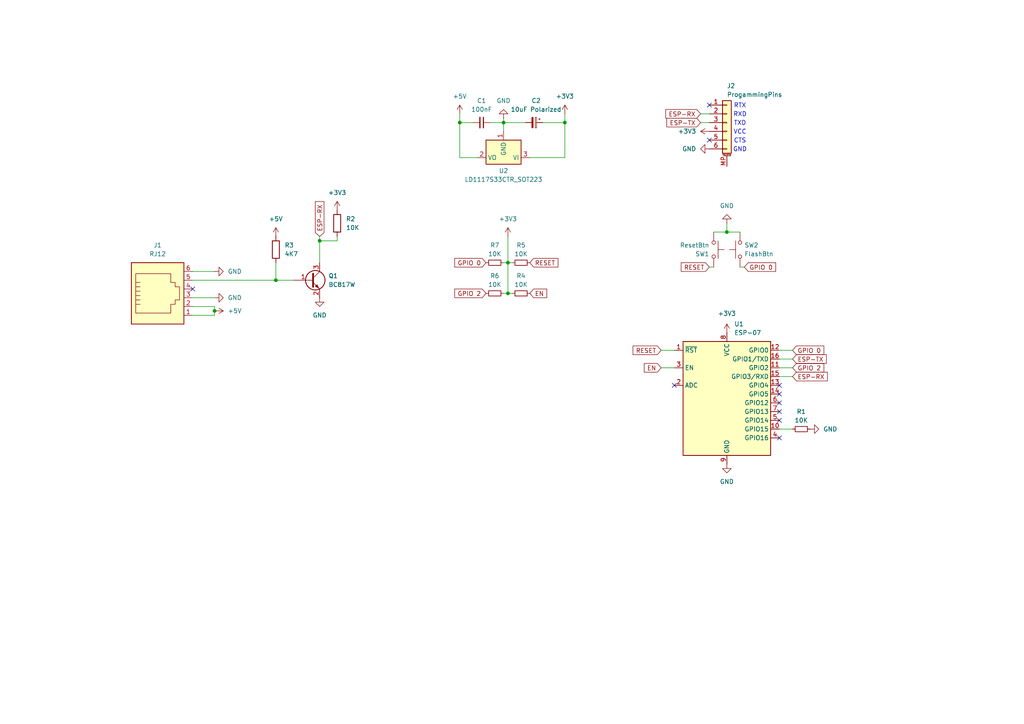
<source format=kicad_sch>
(kicad_sch (version 20241209) (generator "eeschema") (generator_version "8.99")
  (paper "A4")
  (title_block (title "ESPHome-HAN-Reader"))
  (lib_symbols
    (symbol "Connector:RJ12" (pin_names (offset 1.016))
      (property "Reference" "J" (at -5.08 11.43 0))
      (property "Value" "RJ12" (at 2.54 11.43 0))
      (symbol "RJ12_0_1"
        (polyline (pts (xy -6.35 3.175) (xy -5.08 3.175) (xy -5.08 3.175)))
        (polyline (pts (xy -6.35 1.905) (xy -5.08 1.905) (xy -5.08 1.905)))
        (polyline (pts (xy -6.35 0.635) (xy -5.08 0.635) (xy -5.08 0.635)))
        (polyline (pts (xy -6.35 -0.635) (xy -5.08 -0.635) (xy -5.08 -0.635)))
        (polyline (pts (xy -6.35 -1.905) (xy -5.08 -1.905) (xy -5.08 -1.905)))
        (polyline (pts (xy -6.35 -4.445) (xy -6.35 6.985) (xy 3.81 6.985) (xy 3.81 4.445) (xy 5.08 4.445) (xy 5.08 3.175) (xy 6.35 3.175) (xy 6.35 -0.635) (xy 5.08 -0.635) (xy 5.08 -1.905) (xy 3.81 -1.905) (xy 3.81 -4.445) (xy -6.35 -4.445) (xy -6.35 -4.445)))
        (polyline (pts (xy -5.08 4.445) (xy -6.35 4.445) (xy -6.35 4.445)))
        (rectangle (start 7.62 10.16) (end -7.62 -7.62) (stroke (width 0.254)) (fill (type background)))
      )
      (symbol "RJ12_1_1"
        (pin passive line (at 10.16 7.62 180) (length 2.54) (name "~") (number "6"))
        (pin passive line (at 10.16 5.08 180) (length 2.54) (name "~") (number "5"))
        (pin passive line (at 10.16 2.54 180) (length 2.54) (name "~") (number "4"))
        (pin passive line (at 10.16 0 180) (length 2.54) (name "~") (number "3"))
        (pin passive line (at 10.16 -2.54 180) (length 2.54) (name "~") (number "2"))
        (pin passive line (at 10.16 -5.08 180) (length 2.54) (name "~") (number "1"))
      )
    )
    (symbol "Connector_Generic_MountingPin:Conn_01x06_MountingPin" (pin_names (offset 1.016) (hide yes))
      (property "Reference" "J" (at 0 7.62 0))
      (property "Value" "Conn_01x06_MountingPin" (at 1.27 -10.16 0))
      (symbol "Conn_01x06_MountingPin_1_1"
        (rectangle (start -1.27 6.35) (end 1.27 -8.89) (stroke (width 0.254)) (fill (type background)))
        (rectangle (start -1.27 5.207) (end 0 4.953) (stroke (width 0.1524)))
        (rectangle (start -1.27 2.667) (end 0 2.413) (stroke (width 0.1524)))
        (rectangle (start -1.27 0.127) (end 0 -0.127) (stroke (width 0.1524)))
        (rectangle (start -1.27 -2.413) (end 0 -2.667) (stroke (width 0.1524)))
        (rectangle (start -1.27 -4.953) (end 0 -5.207) (stroke (width 0.1524)))
        (rectangle (start -1.27 -7.493) (end 0 -7.747) (stroke (width 0.1524)))
        (polyline (pts (xy -1.016 -9.652) (xy 1.016 -9.652)) (stroke (width 0.1524)))
        (text "Mounting" (at 0 -9.271 0) (effects (font (size 0.381 0.381))))
        (pin passive line (at -5.08 5.08 0) (length 3.81) (name "Pin_1") (number "1"))
        (pin passive line (at -5.08 2.54 0) (length 3.81) (name "Pin_2") (number "2"))
        (pin passive line (at -5.08 0 0) (length 3.81) (name "Pin_3") (number "3"))
        (pin passive line (at -5.08 -2.54 0) (length 3.81) (name "Pin_4") (number "4"))
        (pin passive line (at -5.08 -5.08 0) (length 3.81) (name "Pin_5") (number "5"))
        (pin passive line (at -5.08 -7.62 0) (length 3.81) (name "Pin_6") (number "6"))
        (pin passive line (at 0 -12.7 90) (length 3.048) (name "MountPin") (number "MP"))
      )
    )
    (symbol "Device:C_Polarized_Small" (pin_numbers (hide yes)) (pin_names (offset 0.254) (hide yes))
      (property "Reference" "C" (at 0.254 1.778 0))
      (property "Value" "C_Polarized_Small" (at 0.254 -2.032 0))
      (symbol "C_Polarized_Small_0_1"
        (rectangle (start -1.524 0.6858) (end 1.524 0.3048))
        (rectangle (start -1.524 -0.3048) (end 1.524 -0.6858) (fill (type outline)))
        (polyline (pts (xy -1.27 1.524) (xy -0.762 1.524)))
        (polyline (pts (xy -1.016 1.27) (xy -1.016 1.778)))
      )
      (symbol "C_Polarized_Small_1_1"
        (pin passive line (at 0 2.54 270) (length 1.8542) (name "~") (number "1"))
        (pin passive line (at 0 -2.54 90) (length 1.8542) (name "~") (number "2"))
      )
    )
    (symbol "Device:C_Small" (pin_numbers (hide yes)) (pin_names (offset 0.254) (hide yes))
      (property "Reference" "C" (at 0.254 1.778 0))
      (property "Value" "C_Small" (at 0.254 -2.032 0))
      (symbol "C_Small_0_1"
        (polyline (pts (xy -1.524 0.508) (xy 1.524 0.508)) (stroke (width 0.3048)))
        (polyline (pts (xy -1.524 -0.508) (xy 1.524 -0.508)) (stroke (width 0.3302)))
      )
      (symbol "C_Small_1_1"
        (pin passive line (at 0 2.54 270) (length 2.032) (name "~") (number "1"))
        (pin passive line (at 0 -2.54 90) (length 2.032) (name "~") (number "2"))
      )
    )
    (symbol "Device:R" (pin_numbers (hide yes)) (pin_names (offset 0))
      (property "Reference" "R" (at 2.032 0 90))
      (property "Value" "R" (at 0 0 90))
      (symbol "R_0_1"
        (rectangle (start -1.016 -2.54) (end 1.016 2.54) (stroke (width 0.254)))
      )
      (symbol "R_1_1"
        (pin passive line (at 0 3.81 270) (length 1.27) (name "~") (number "1"))
        (pin passive line (at 0 -3.81 90) (length 1.27) (name "~") (number "2"))
      )
    )
    (symbol "Device:R_Small" (pin_numbers (hide yes)) (pin_names (offset 0.254) (hide yes))
      (property "Reference" "R" (at 0.762 0.508 0))
      (property "Value" "R_Small" (at 0.762 -1.016 0))
      (symbol "R_Small_0_1"
        (rectangle (start -0.762 1.778) (end 0.762 -1.778) (stroke (width 0.2032)))
      )
      (symbol "R_Small_1_1"
        (pin passive line (at 0 2.54 270) (length 0.762) (name "~") (number "1"))
        (pin passive line (at 0 -2.54 90) (length 0.762) (name "~") (number "2"))
      )
    )
    (symbol "RF_Module:ESP-07"
      (property "Reference" "U" (at -12.7 19.05 0))
      (property "Value" "ESP-07" (at 12.7 19.05 0))
      (symbol "ESP-07_0_1"
        (rectangle (start -12.7 17.78) (end 12.7 -15.24) (stroke (width 0.254)) (fill (type background)))
      )
      (symbol "ESP-07_1_1"
        (pin input line (at -15.24 15.24 0) (length 2.54) (name "~{RST}") (number "1"))
        (pin input line (at -15.24 10.16 0) (length 2.54) (name "EN") (number "3"))
        (pin input line (at -15.24 5.08 0) (length 2.54) (name "ADC") (number "2"))
        (pin power_in line (at 0 20.32 270) (length 2.54) (name "VCC") (number "8"))
        (pin power_in line (at 0 -17.78 90) (length 2.54) (name "GND") (number "9"))
        (pin bidirectional line (at 15.24 15.24 180) (length 2.54) (name "GPIO0") (number "12"))
        (pin bidirectional line (at 15.24 12.7 180) (length 2.54) (name "GPIO1/TXD") (number "16"))
        (pin bidirectional line (at 15.24 10.16 180) (length 2.54) (name "GPIO2") (number "11"))
        (pin bidirectional line (at 15.24 7.62 180) (length 2.54) (name "GPIO3/RXD") (number "15"))
        (pin bidirectional line (at 15.24 5.08 180) (length 2.54) (name "GPIO4") (number "13"))
        (pin bidirectional line (at 15.24 2.54 180) (length 2.54) (name "GPIO5") (number "14"))
        (pin bidirectional line (at 15.24 0 180) (length 2.54) (name "GPIO12") (number "6"))
        (pin bidirectional line (at 15.24 -2.54 180) (length 2.54) (name "GPIO13") (number "7"))
        (pin bidirectional line (at 15.24 -5.08 180) (length 2.54) (name "GPIO14") (number "5"))
        (pin bidirectional line (at 15.24 -7.62 180) (length 2.54) (name "GPIO15") (number "10"))
        (pin bidirectional line (at 15.24 -10.16 180) (length 2.54) (name "GPIO16") (number "4"))
      )
    )
    (symbol "Regulator_Linear:LD1117S33TR_SOT223"
      (property "Reference" "U" (at -3.81 3.175 0))
      (property "Value" "LD1117S33TR_SOT223" (at 0 3.175 0))
      (symbol "LD1117S33TR_SOT223_0_1"
        (rectangle (start -5.08 -5.08) (end 5.08 1.905) (stroke (width 0.254)) (fill (type background)))
      )
      (symbol "LD1117S33TR_SOT223_1_1"
        (pin power_in line (at -7.62 0 0) (length 2.54) (name "VI") (number "3"))
        (pin power_in line (at 0 -7.62 90) (length 2.54) (name "GND") (number "1"))
        (pin power_out line (at 7.62 0 180) (length 2.54) (name "VO") (number "2"))
      )
    )
    (symbol "Switch:SW_Push" (pin_numbers (hide yes)) (pin_names (offset 1.016) (hide yes))
      (property "Reference" "SW" (at 1.27 2.54 0))
      (property "Value" "SW_Push" (at 0 -1.524 0))
      (symbol "SW_Push_0_1"
        (circle (center -2.032 0) (radius 0.508))
        (polyline (pts (xy 0 1.27) (xy 0 3.048)))
        (circle (center 2.032 0) (radius 0.508))
        (polyline (pts (xy 2.54 1.27) (xy -2.54 1.27)))
        (pin passive line (at -5.08 0 0) (length 2.54) (name "1") (number "1"))
        (pin passive line (at 5.08 0 180) (length 2.54) (name "2") (number "2"))
      )
    )
    (symbol "Transistor_BJT:BC817W" (pin_names (offset 0) (hide yes))
      (property "Reference" "Q" (at 5.08 1.905 0))
      (property "Value" "BC817W" (at 5.08 0 0))
      (symbol "BC817W_0_1"
        (polyline (pts (xy 0.635 1.905) (xy 0.635 -1.905) (xy 0.635 -1.905)) (stroke (width 0.508)))
        (polyline (pts (xy 0.635 0.635) (xy 2.54 2.54)))
        (polyline (pts (xy 0.635 -0.635) (xy 2.54 -2.54) (xy 2.54 -2.54)))
        (circle (center 1.27 0) (radius 2.8194) (stroke (width 0.254)))
        (polyline (pts (xy 1.27 -1.778) (xy 1.778 -1.27) (xy 2.286 -2.286) (xy 1.27 -1.778) (xy 1.27 -1.778)) (fill (type outline)))
      )
      (symbol "BC817W_1_1"
        (pin input line (at -5.08 0 0) (length 5.715) (name "B") (number "1"))
        (pin passive line (at 2.54 5.08 270) (length 2.54) (name "C") (number "3"))
        (pin passive line (at 2.54 -5.08 90) (length 2.54) (name "E") (number "2"))
      )
    )
    (symbol "power:+3V3" (power) (pin_numbers (hide yes)) (pin_names (offset 0) (hide yes))
      (property "Value" "+3V3" (at 0 3.556 0))
      (symbol "+3V3_0_1"
        (polyline (pts (xy -0.762 1.27) (xy 0 2.54)))
        (polyline (pts (xy 0 2.54) (xy 0.762 1.27)))
        (polyline (pts (xy 0 0) (xy 0 2.54)))
      )
      (symbol "+3V3_1_1"
        (pin power_in line (at 0 0 90) (length 0) (name "~") (number "1"))
      )
    )
    (symbol "power:+5V" (power) (pin_numbers (hide yes)) (pin_names (offset 0) (hide yes))
      (property "Value" "+5V" (at 0 3.556 0))
      (symbol "+5V_0_1"
        (polyline (pts (xy -0.762 1.27) (xy 0 2.54)))
        (polyline (pts (xy 0 2.54) (xy 0.762 1.27)))
        (polyline (pts (xy 0 0) (xy 0 2.54)))
      )
      (symbol "+5V_1_1"
        (pin power_in line (at 0 0 90) (length 0) (name "~") (number "1"))
      )
    )
    (symbol "power:GND" (power) (pin_numbers (hide yes)) (pin_names (offset 0) (hide yes))
      (property "Value" "GND" (at 0 -3.81 0))
      (symbol "GND_0_1"
        (polyline (pts (xy 0 0) (xy 0 -1.27) (xy 1.27 -1.27) (xy 0 -2.54) (xy -1.27 -1.27) (xy 0 -1.27)))
      )
      (symbol "GND_1_1"
        (pin power_in line (at 0 0 270) (length 0) (name "~") (number "1"))
      )
    )
  )
  (text "RXD" (at 214.63 33.274 0) (effects (font (size 1.27 1.27))))
  (text "CTS" (at 214.63 40.894 0) (effects (font (size 1.27 1.27))))
  (text "GND" (at 214.63 43.434 0) (effects (font (size 1.27 1.27))))
  (text "TXD" (at 214.63 35.814 0) (effects (font (size 1.27 1.27))))
  (text "VCC\n" (at 214.63 38.354 0) (effects (font (size 1.27 1.27))))
  (text "RTX\n" (at 214.63 30.734 0) (effects (font (size 1.27 1.27))))
  (junction (at 210.82 67.31))
  (junction (at 163.83 35.56))
  (junction (at 133.35 35.56))
  (junction (at 147.32 85.09))
  (junction (at 146.05 35.56))
  (junction (at 80.01 81.28))
  (junction (at 62.23 90.17))
  (junction (at 92.71 69.85))
  (junction (at 147.32 76.2))
  (no_connect (at 195.58 111.76))
  (no_connect (at 226.06 111.76))
  (no_connect (at 205.74 40.64))
  (no_connect (at 226.06 121.92))
  (no_connect (at 205.74 30.48))
  (no_connect (at 226.06 116.84))
  (no_connect (at 55.88 83.82))
  (no_connect (at 226.06 114.3))
  (no_connect (at 226.06 119.38))
  (no_connect (at 226.06 127))
  (wire (pts (xy 80.01 81.28) (xy 85.09 81.28)))
  (wire (pts (xy 214.63 77.47) (xy 215.9 77.47)))
  (wire (pts (xy 62.23 91.44) (xy 62.23 90.17)))
  (wire (pts (xy 147.32 76.2) (xy 147.32 85.09)))
  (wire (pts (xy 226.06 106.68) (xy 229.87 106.68)))
  (wire (pts (xy 229.87 124.46) (xy 226.06 124.46)))
  (wire (pts (xy 203.2 33.02) (xy 205.74 33.02)))
  (wire (pts (xy 226.06 101.6) (xy 229.87 101.6)))
  (wire (pts (xy 207.01 67.31) (xy 210.82 67.31)))
  (wire (pts (xy 147.32 76.2) (xy 148.59 76.2)))
  (wire (pts (xy 146.05 35.56) (xy 152.4 35.56)))
  (wire (pts (xy 80.01 76.2) (xy 80.01 81.28)))
  (wire (pts (xy 55.88 78.74) (xy 62.23 78.74)))
  (wire (pts (xy 205.74 77.47) (xy 207.01 77.47)))
  (wire (pts (xy 55.88 91.44) (xy 62.23 91.44)))
  (wire (pts (xy 133.35 33.02) (xy 133.35 35.56)))
  (wire (pts (xy 133.35 45.72) (xy 138.43 45.72)))
  (wire (pts (xy 55.88 81.28) (xy 80.01 81.28)))
  (wire (pts (xy 62.23 88.9) (xy 62.23 90.17)))
  (wire (pts (xy 203.2 35.56) (xy 205.74 35.56)))
  (wire (pts (xy 163.83 35.56) (xy 163.83 45.72)))
  (wire (pts (xy 92.71 69.85) (xy 97.79 69.85)))
  (wire (pts (xy 191.77 106.68) (xy 195.58 106.68)))
  (wire (pts (xy 210.82 67.31) (xy 214.63 67.31)))
  (wire (pts (xy 147.32 85.09) (xy 148.59 85.09)))
  (wire (pts (xy 137.16 35.56) (xy 133.35 35.56)))
  (wire (pts (xy 55.88 86.36) (xy 62.23 86.36)))
  (wire (pts (xy 226.06 104.14) (xy 229.87 104.14)))
  (wire (pts (xy 146.05 76.2) (xy 147.32 76.2)))
  (wire (pts (xy 146.05 35.56) (xy 146.05 34.29)))
  (wire (pts (xy 142.24 35.56) (xy 146.05 35.56)))
  (wire (pts (xy 163.83 33.02) (xy 163.83 35.56)))
  (wire (pts (xy 153.67 45.72) (xy 163.83 45.72)))
  (wire (pts (xy 147.32 68.58) (xy 147.32 76.2)))
  (wire (pts (xy 210.82 67.31) (xy 210.82 64.77)))
  (wire (pts (xy 157.48 35.56) (xy 163.83 35.56)))
  (wire (pts (xy 146.05 38.1) (xy 146.05 35.56)))
  (wire (pts (xy 92.71 69.85) (xy 92.71 76.2)))
  (wire (pts (xy 97.79 69.85) (xy 97.79 68.58)))
  (wire (pts (xy 226.06 109.22) (xy 229.87 109.22)))
  (wire (pts (xy 146.05 85.09) (xy 147.32 85.09)))
  (wire (pts (xy 92.71 68.58) (xy 92.71 69.85)))
  (wire (pts (xy 133.35 35.56) (xy 133.35 45.72)))
  (wire (pts (xy 191.77 101.6) (xy 195.58 101.6)))
  (wire (pts (xy 55.88 88.9) (xy 62.23 88.9)))
  (global_label "GPIO 0" (shape input) (at 140.97 76.2 180) (property "Intersheetrefs" "${INTERSHEET_REFS}" (effects (hide yes))))
  (global_label "RESET" (shape input) (at 153.67 76.2 0) (property "Intersheetrefs" "${INTERSHEET_REFS}" (effects (hide yes))))
  (global_label "ESP-RX" (shape input) (at 229.87 109.22 0) (property "Intersheetrefs" "${INTERSHEET_REFS}" (effects (hide yes))))
  (global_label "GPIO 0" (shape input) (at 215.9 77.47 0) (property "Intersheetrefs" "${INTERSHEET_REFS}" (effects (hide yes))))
  (global_label "GPIO 2" (shape input) (at 229.87 106.68 0) (property "Intersheetrefs" "${INTERSHEET_REFS}" (effects (hide yes))))
  (global_label "EN" (shape input) (at 191.77 106.68 180) (property "Intersheetrefs" "${INTERSHEET_REFS}" (effects (hide yes))))
  (global_label "ESP-TX" (shape input) (at 229.87 104.14 0) (property "Intersheetrefs" "${INTERSHEET_REFS}" (effects (hide yes))))
  (global_label "GPIO 0" (shape input) (at 229.87 101.6 0) (property "Intersheetrefs" "${INTERSHEET_REFS}" (effects (hide yes))))
  (global_label "ESP-RX" (shape input) (at 203.2 33.02 180) (property "Intersheetrefs" "${INTERSHEET_REFS}" (effects (hide yes))))
  (global_label "GPIO 2" (shape input) (at 140.97 85.09 180) (property "Intersheetrefs" "${INTERSHEET_REFS}" (effects (hide yes))))
  (global_label "RESET" (shape input) (at 191.77 101.6 180) (property "Intersheetrefs" "${INTERSHEET_REFS}" (effects (hide yes))))
  (global_label "RESET" (shape input) (at 205.74 77.47 180) (property "Intersheetrefs" "${INTERSHEET_REFS}" (effects (hide yes))))
  (global_label "EN" (shape input) (at 153.67 85.09 0) (property "Intersheetrefs" "${INTERSHEET_REFS}" (effects (hide yes))))
  (global_label "ESP-RX" (shape input) (at 92.71 68.58 90) (property "Intersheetrefs" "${INTERSHEET_REFS}" (effects (hide yes))))
  (global_label "ESP-TX" (shape input) (at 203.2 35.56 180) (property "Intersheetrefs" "${INTERSHEET_REFS}" (effects (hide yes))))
  (symbol (lib_id "Device:R_Small") (at 151.13 85.09 90) (unit 1)
    (property "Reference" "R4" (at 151.13 80.01 90))
    (property "Value" "10K" (at 151.13 82.55 90))
    (property "Footprint" "Resistor_SMD:R_0805_2012Metric_Pad1.20x1.40mm_HandSolder" (effects (hide yes)))
    (property "Description" "Resistor, small symbol" (effects (hide yes)))
  )
  (symbol (lib_id "Connector:RJ12") (at 45.72 86.36 0) (unit 1)
    (property "Reference" "J1" (at 45.72 71.12 0))
    (property "Value" "RJ12" (at 45.72 73.66 0))
    (property "Footprint" "Connector_RJ:RJ12_Amphenol_54601-x06_Horizontal" (effects (hide yes)))
    (property "Description" "RJ connector, 6P6C (6 positions 6 connected)" (effects (hide yes)))
  )
  (symbol (lib_id "Switch:SW_Push") (at 207.01 72.39 270) (unit 1)
    (property "Reference" "SW1" (at 205.74 73.6601 90) (effects (justify right)))
    (property "Value" "ResetBtn" (at 205.74 71.1201 90) (effects (justify right)))
    (property "Footprint" "Button_Switch_SMD:SW_SPST_TL3342" (effects (hide yes)))
    (property "Description" "Push button switch, generic, two pins" (effects (hide yes)))
  )
  (symbol (lib_id "Device:R") (at 97.79 64.77 0) (unit 1)
    (property "Reference" "R2" (at 100.33 63.4999 0) (effects (justify left)))
    (property "Value" "10K" (at 100.33 66.0399 0) (effects (justify left)))
    (property "Footprint" "Resistor_SMD:R_0805_2012Metric_Pad1.20x1.40mm_HandSolder" (effects (hide yes)))
    (property "Description" "Resistor" (effects (hide yes)))
  )
  (symbol (lib_id "power:GND") (at 62.23 86.36 90) (unit 1)
    (property "Reference" "#PWR02" (effects (hide yes)))
    (property "Value" "GND" (at 66.04 86.3599 90) (effects (justify right)))
    (property "Description" "Power symbol creates a global label with name \"GND\" , ground" (effects (hide yes)))
  )
  (symbol (lib_id "power:+3V3") (at 163.83 33.02 0) (unit 1)
    (property "Reference" "#PWR013" (effects (hide yes)))
    (property "Value" "+3V3" (at 163.83 27.94 0))
    (property "Description" "Power symbol creates a global label with name \"+3V3\"" (effects (hide yes)))
  )
  (symbol (lib_id "power:GND") (at 210.82 64.77 180) (unit 1)
    (property "Reference" "#PWR05" (effects (hide yes)))
    (property "Value" "GND" (at 210.82 59.69 0))
    (property "Description" "Power symbol creates a global label with name \"GND\" , ground" (effects (hide yes)))
  )
  (symbol (lib_id "Device:R_Small") (at 143.51 76.2 270) (unit 1)
    (property "Reference" "R7" (at 143.51 71.12 90))
    (property "Value" "10K" (at 143.51 73.66 90))
    (property "Footprint" "Resistor_SMD:R_0805_2012Metric_Pad1.20x1.40mm_HandSolder" (effects (hide yes)))
    (property "Description" "Resistor, small symbol" (effects (hide yes)))
  )
  (symbol (lib_id "Regulator_Linear:LD1117S33TR_SOT223") (at 146.05 45.72 180) (unit 1)
    (property "Reference" "U2" (at 146.05 49.53 0))
    (property "Value" "LD1117S33CTR_SOT223" (at 146.05 52.07 0))
    (property "Footprint" "Package_TO_SOT_SMD:SOT-223-3_TabPin2" (effects (hide yes)))
    (property "Datasheet" "http://www.st.com/st-web-ui/static/active/en/resource/technical/document/datasheet/CD00000544.pdf" (effects (hide yes)))
    (property "Description" "800mA Fixed Low Drop Positive Voltage Regulator, Fixed Output 3.3V, SOT-223" (effects (hide yes)))
  )
  (symbol (lib_id "power:+3V3") (at 147.32 68.58 0) (unit 1)
    (property "Reference" "#PWR015" (effects (hide yes)))
    (property "Value" "+3V3" (at 147.32 63.5 0))
    (property "Description" "Power symbol creates a global label with name \"+3V3\"" (effects (hide yes)))
  )
  (symbol (lib_id "Device:R") (at 80.01 72.39 0) (unit 1)
    (property "Reference" "R3" (at 82.55 71.1199 0) (effects (justify left)))
    (property "Value" "4K7" (at 82.55 73.6599 0) (effects (justify left)))
    (property "Footprint" "Resistor_SMD:R_0805_2012Metric_Pad1.20x1.40mm_HandSolder" (effects (hide yes)))
    (property "Description" "Resistor" (effects (hide yes)))
  )
  (symbol (lib_id "power:GND") (at 205.74 43.18 270) (unit 1)
    (property "Reference" "#PWR06" (effects (hide yes)))
    (property "Value" "GND" (at 201.93 43.1799 90) (effects (justify right)))
    (property "Description" "Power symbol creates a global label with name \"GND\" , ground" (effects (hide yes)))
  )
  (symbol (lib_id "Device:R_Small") (at 232.41 124.46 90) (unit 1)
    (property "Reference" "R1" (at 232.41 119.38 90))
    (property "Value" "10K" (at 232.41 121.92 90))
    (property "Footprint" "Resistor_SMD:R_0805_2012Metric_Pad1.20x1.40mm_HandSolder" (effects (hide yes)))
    (property "Description" "Resistor, small symbol" (effects (hide yes)))
  )
  (symbol (lib_id "Connector_Generic_MountingPin:Conn_01x06_MountingPin") (at 210.82 35.56 0) (unit 1)
    (property "Reference" "J2" (at 210.82 24.892 0) (effects (justify left)))
    (property "Value" "ProgammingPins" (at 210.82 27.432 0) (effects (justify left)))
    (property "Footprint" "Connector_PinHeader_2.54mm:PinHeader_1x06_P2.54mm_Vertical" (effects (hide yes)))
    (property "Description" "Generic connectable mounting pin connector, single row, 01x06, script generated (kicad-library-utils/schlib/autogen/connector/)" (effects (hide yes)))
  )
  (symbol (lib_id "power:GND") (at 146.05 34.29 180) (unit 1)
    (property "Reference" "#PWR011" (effects (hide yes)))
    (property "Value" "GND" (at 146.05 29.21 0))
    (property "Description" "Power symbol creates a global label with name \"GND\" , ground" (effects (hide yes)))
  )
  (symbol (lib_id "power:+3V3") (at 210.82 96.52 0) (unit 1)
    (property "Reference" "#PWR016" (effects (hide yes)))
    (property "Value" "+3V3" (at 210.82 90.932 0))
    (property "Description" "Power symbol creates a global label with name \"+3V3\"" (effects (hide yes)))
  )
  (symbol (lib_id "Device:C_Polarized_Small") (at 154.94 35.56 270) (unit 1)
    (property "Reference" "C2" (at 155.4861 29.21 90))
    (property "Value" "10uF Polarized" (at 155.4861 31.75 90))
    (property "Footprint" "Capacitor_Tantalum_SMD:CP_EIA-6032-15_Kemet-U_Pad2.25x2.35mm_HandSolder" (effects (hide yes)))
    (property "Description" "Polarized capacitor, small symbol" (effects (hide yes)))
  )
  (symbol (lib_id "RF_Module:ESP-07") (at 210.82 116.84 0) (unit 1)
    (property "Reference" "U1" (at 212.9633 93.98 0) (effects (justify left)))
    (property "Value" "ESP-07" (at 212.9633 96.52 0) (effects (justify left)))
    (property "Footprint" "RF_Module:ESP-07" (effects (hide yes)))
    (property "Datasheet" "http://wiki.ai-thinker.com/_media/esp8266/esp8266_series_modules_user_manual_v1.1.pdf" (effects (hide yes)))
    (property "Description" "802.11 b/g/n Wi-Fi Module" (effects (hide yes)))
  )
  (symbol (lib_id "power:GND") (at 62.23 78.74 90) (unit 1)
    (property "Reference" "#PWR01" (effects (hide yes)))
    (property "Value" "GND" (at 66.04 78.7399 90) (effects (justify right)))
    (property "Description" "Power symbol creates a global label with name \"GND\" , ground" (effects (hide yes)))
  )
  (symbol (lib_id "Switch:SW_Push") (at 214.63 72.39 90) (unit 1)
    (property "Reference" "SW2" (at 215.9 71.1199 90) (effects (justify right)))
    (property "Value" "FlashBtn" (at 215.9 73.6599 90) (effects (justify right)))
    (property "Footprint" "Button_Switch_SMD:SW_SPST_TL3342" (effects (hide yes)))
    (property "Description" "Push button switch, generic, two pins" (effects (hide yes)))
  )
  (symbol (lib_id "power:GND") (at 234.95 124.46 90) (unit 1)
    (property "Reference" "#PWR014" (effects (hide yes)))
    (property "Value" "GND" (at 238.76 124.4599 90) (effects (justify right)))
    (property "Description" "Power symbol creates a global label with name \"GND\" , ground" (effects (hide yes)))
  )
  (symbol (lib_id "Device:R_Small") (at 151.13 76.2 90) (unit 1)
    (property "Reference" "R5" (at 151.13 71.12 90))
    (property "Value" "10K" (at 151.13 73.66 90))
    (property "Footprint" "Resistor_SMD:R_0805_2012Metric_Pad1.20x1.40mm_HandSolder" (effects (hide yes)))
    (property "Description" "Resistor, small symbol" (effects (hide yes)))
  )
  (symbol (lib_id "Device:R_Small") (at 143.51 85.09 270) (unit 1)
    (property "Reference" "R6" (at 143.51 80.01 90))
    (property "Value" "10K" (at 143.51 82.55 90))
    (property "Footprint" "Resistor_SMD:R_0805_2012Metric_Pad1.20x1.40mm_HandSolder" (effects (hide yes)))
    (property "Description" "Resistor, small symbol" (effects (hide yes)))
  )
  (symbol (lib_id "Transistor_BJT:BC817W") (at 90.17 81.28 0) (unit 1)
    (property "Reference" "Q1" (at 95.25 80.0099 0) (effects (justify left)))
    (property "Value" "BC817W" (at 95.25 82.5499 0) (effects (justify left)))
    (property "Footprint" "Package_TO_SOT_SMD:SOT-323_SC-70" (effects (hide yes)))
    (property "Datasheet" "https://www.onsemi.com/pub/Collateral/BC818-D.pdf" (effects (hide yes)))
    (property "Description" "0.8A Ic, 45V Vce, NPN Transistor, SOT-323" (effects (hide yes)))
  )
  (symbol (lib_id "power:GND") (at 92.71 86.36 0) (unit 1)
    (property "Reference" "#PWR03" (effects (hide yes)))
    (property "Value" "GND" (at 92.71 91.44 0))
    (property "Description" "Power symbol creates a global label with name \"GND\" , ground" (effects (hide yes)))
  )
  (symbol (lib_id "power:+5V") (at 80.01 68.58 0) (unit 1)
    (property "Reference" "#PWR09" (effects (hide yes)))
    (property "Value" "+5V" (at 80.01 63.5 0))
    (property "Description" "Power symbol creates a global label with name \"+5V\"" (effects (hide yes)))
  )
  (symbol (lib_id "power:GND") (at 210.82 134.62 0) (unit 1)
    (property "Reference" "#PWR04" (effects (hide yes)))
    (property "Value" "GND" (at 210.82 139.7 0))
    (property "Description" "Power symbol creates a global label with name \"GND\" , ground" (effects (hide yes)))
  )
  (symbol (lib_id "power:+5V") (at 133.35 33.02 0) (unit 1)
    (property "Reference" "#PWR012" (effects (hide yes)))
    (property "Value" "+5V" (at 133.35 27.94 0))
    (property "Description" "Power symbol creates a global label with name \"+5V\"" (effects (hide yes)))
  )
  (symbol (lib_id "power:+5V") (at 62.23 90.17 270) (unit 1)
    (property "Reference" "#PWR08" (effects (hide yes)))
    (property "Value" "+5V" (at 66.04 90.1699 90) (effects (justify left)))
    (property "Description" "Power symbol creates a global label with name \"+5V\"" (effects (hide yes)))
  )
  (symbol (lib_id "power:+3V3") (at 97.79 60.96 0) (unit 1)
    (property "Reference" "#PWR010" (effects (hide yes)))
    (property "Value" "+3V3" (at 97.79 55.88 0))
    (property "Description" "Power symbol creates a global label with name \"+3V3\"" (effects (hide yes)))
  )
  (symbol (lib_id "Device:C_Small") (at 139.7 35.56 270) (unit 1)
    (property "Reference" "C1" (at 139.6936 29.21 90))
    (property "Value" "100nF" (at 139.6936 31.75 90))
    (property "Footprint" "Capacitor_Tantalum_SMD:CP_EIA-6032-15_Kemet-U_Pad2.25x2.35mm_HandSolder" (effects (hide yes)))
    (property "Description" "Unpolarized capacitor, small symbol" (effects (hide yes)))
  )
  (symbol (lib_id "power:+3V3") (at 205.74 38.1 90) (unit 1)
    (property "Reference" "#PWR07" (effects (hide yes)))
    (property "Value" "+3V3" (at 201.93 38.0999 90) (effects (justify left)))
    (property "Description" "Power symbol creates a global label with name \"+3V3\"" (effects (hide yes)))
  )
)
</source>
